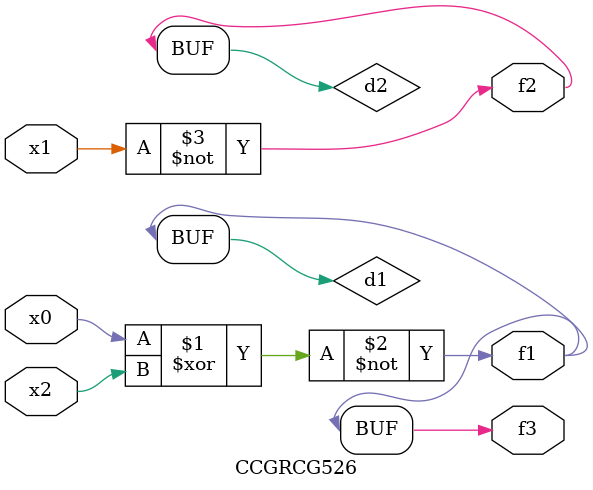
<source format=v>
module CCGRCG526(
	input x0, x1, x2,
	output f1, f2, f3
);

	wire d1, d2, d3;

	xnor (d1, x0, x2);
	nand (d2, x1);
	nor (d3, x1, x2);
	assign f1 = d1;
	assign f2 = d2;
	assign f3 = d1;
endmodule

</source>
